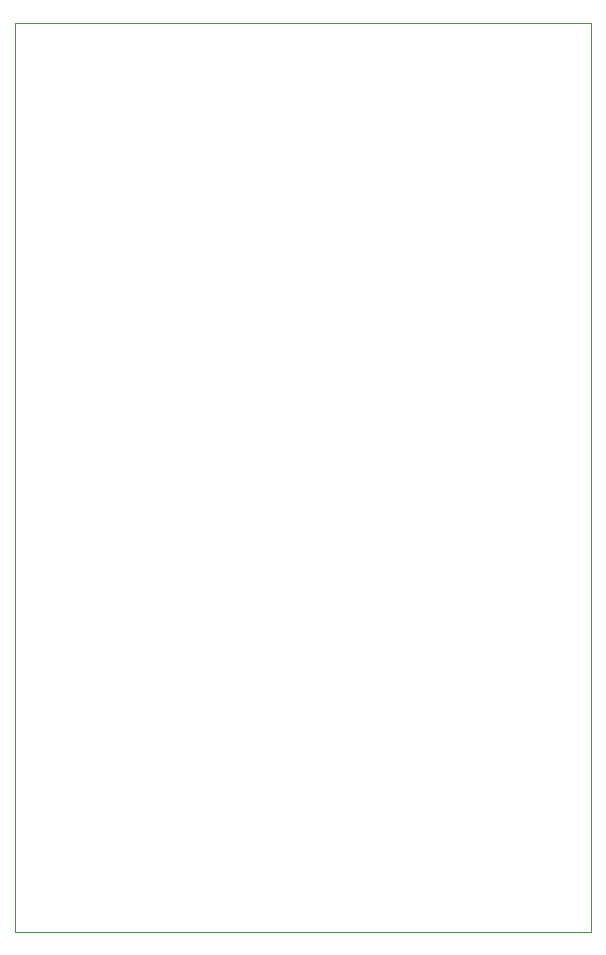
<source format=gm1>
%TF.GenerationSoftware,KiCad,Pcbnew,9.0.1*%
%TF.CreationDate,2025-04-20T20:44:27+02:00*%
%TF.ProjectId,Garcouille_V1,47617263-6f75-4696-9c6c-655f56312e6b,rev?*%
%TF.SameCoordinates,Original*%
%TF.FileFunction,Profile,NP*%
%FSLAX46Y46*%
G04 Gerber Fmt 4.6, Leading zero omitted, Abs format (unit mm)*
G04 Created by KiCad (PCBNEW 9.0.1) date 2025-04-20 20:44:27*
%MOMM*%
%LPD*%
G01*
G04 APERTURE LIST*
%TA.AperFunction,Profile*%
%ADD10C,0.050000*%
%TD*%
G04 APERTURE END LIST*
D10*
X100330000Y-39624000D02*
X149148800Y-39624000D01*
X149148800Y-116586000D01*
X100330000Y-116586000D01*
X100330000Y-39624000D01*
M02*

</source>
